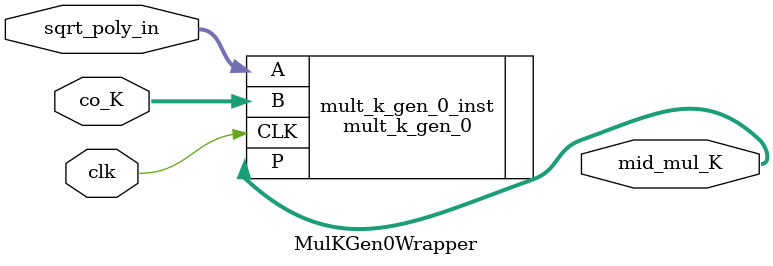
<source format=v>
`timescale 1ns / 1ps


module MulKGen0Wrapper(
    input        clk,
    input [19:0] co_K,
    input [15:0] sqrt_poly_in,
    output [29:0] mid_mul_K
    );
    
    mult_k_gen_0 mult_k_gen_0_inst (
      .CLK(clk),  // input wire CLK
      .A(sqrt_poly_in),      // input wire [15 : 0] A
      .B(co_K),      // input wire [19 : 0] B
      .P(mid_mul_K)      // output wire [29 : 0] P
    );
endmodule

</source>
